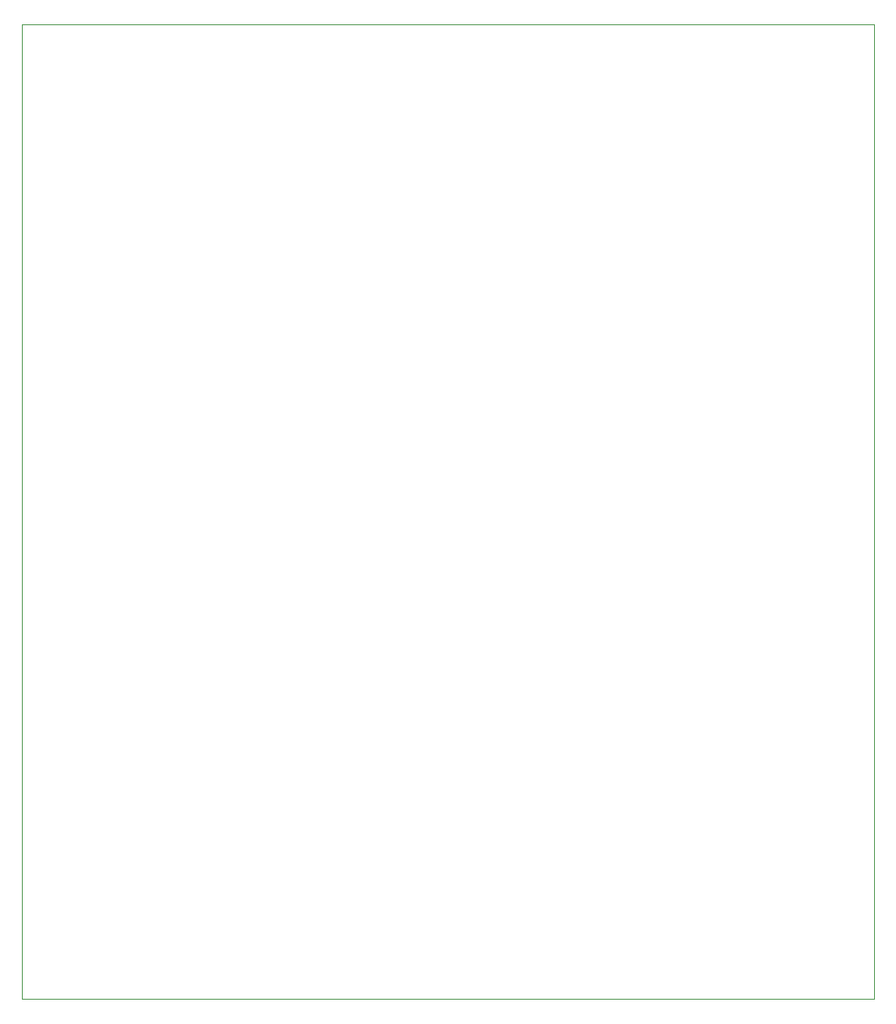
<source format=gbr>
%TF.GenerationSoftware,KiCad,Pcbnew,(6.0.4)*%
%TF.CreationDate,2022-05-21T22:33:24-04:00*%
%TF.ProjectId,pertec_arduino_adapter,70657274-6563-45f6-9172-6475696e6f5f,A*%
%TF.SameCoordinates,Original*%
%TF.FileFunction,Profile,NP*%
%FSLAX46Y46*%
G04 Gerber Fmt 4.6, Leading zero omitted, Abs format (unit mm)*
G04 Created by KiCad (PCBNEW (6.0.4)) date 2022-05-21 22:33:24*
%MOMM*%
%LPD*%
G01*
G04 APERTURE LIST*
%TA.AperFunction,Profile*%
%ADD10C,0.100000*%
%TD*%
G04 APERTURE END LIST*
D10*
X86360000Y-37465000D02*
X175260000Y-37465000D01*
X175260000Y-37465000D02*
X175260000Y-139065000D01*
X175260000Y-139065000D02*
X86360000Y-139065000D01*
X86360000Y-139065000D02*
X86360000Y-37465000D01*
M02*

</source>
